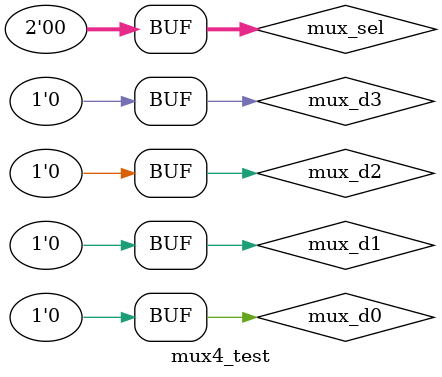
<source format=sv>
module mux4_test;

// Put your code here
// ------------------
    logic mux_d0;
    logic mux_d1;
    logic mux_d2;
    logic mux_d3;
    logic [1:0] mux_sel;
    logic mux_z;

    mux4 uut(
        .d0(mux_d0),
        .d1(mux_d1),
        .d2(mux_d2),
        .d3(mux_d3),
        .sel(mux_sel),
        .z(mux_z)
    );

    initial begin
        // 0 - 50
        // 0,0,0,0,0,0 -> 0
        mux_d0 = 1'b0;
        mux_d1 = 1'b0;
        mux_d2 = 1'b0;
        mux_d3 = 1'b0;
        mux_sel[1] = 1'b0;
        mux_sel[0] = 1'b0;

        // 50 - 100
        // 1,0,0,0,0,0 -> 1
        #50
        mux_d0 = 1'b1;
        mux_d1 = 1'b0;
        mux_d2 = 1'b0;
        mux_d3 = 1'b0;
        mux_sel[1] = 1'b0;
        mux_sel[0] = 1'b0;

        // 100 - 150
        // 0,0,0,0,0,0 -> 0
        #50
        mux_d0 = 1'b0;
        mux_d1 = 1'b0;
        mux_d2 = 1'b0;
        mux_d3 = 1'b0;
        mux_sel[1] = 1'b0;
        mux_sel[0] = 1'b0;

        // safety wait for easy testing
        #50;
    end


// End of your code

endmodule


// module mux4 (
//     input logic d0,          // Data input 0
//     input logic d1,          // Data input 1
//     input logic d2,          // Data input 2
//     input logic d3,          // Data input 3
//     input logic [1:0] sel,   // Select input
//     output logic z           // Output
// );
</source>
